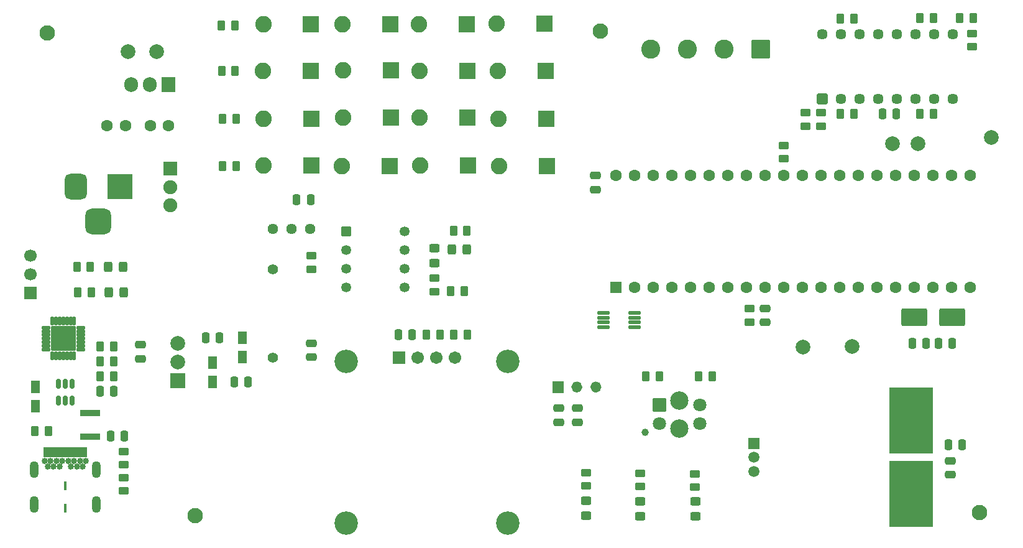
<source format=gbr>
%TF.GenerationSoftware,KiCad,Pcbnew,9.0.4*%
%TF.CreationDate,2026-01-15T21:37:35+03:30*%
%TF.ProjectId,Motor_Health_Monitoring_PCB,4d6f746f-725f-4486-9561-6c74685f4d6f,rev?*%
%TF.SameCoordinates,Original*%
%TF.FileFunction,Soldermask,Top*%
%TF.FilePolarity,Negative*%
%FSLAX46Y46*%
G04 Gerber Fmt 4.6, Leading zero omitted, Abs format (unit mm)*
G04 Created by KiCad (PCBNEW 9.0.4) date 2026-01-15 21:37:35*
%MOMM*%
%LPD*%
G01*
G04 APERTURE LIST*
G04 Aperture macros list*
%AMRoundRect*
0 Rectangle with rounded corners*
0 $1 Rounding radius*
0 $2 $3 $4 $5 $6 $7 $8 $9 X,Y pos of 4 corners*
0 Add a 4 corners polygon primitive as box body*
4,1,4,$2,$3,$4,$5,$6,$7,$8,$9,$2,$3,0*
0 Add four circle primitives for the rounded corners*
1,1,$1+$1,$2,$3*
1,1,$1+$1,$4,$5*
1,1,$1+$1,$6,$7*
1,1,$1+$1,$8,$9*
0 Add four rect primitives between the rounded corners*
20,1,$1+$1,$2,$3,$4,$5,0*
20,1,$1+$1,$4,$5,$6,$7,0*
20,1,$1+$1,$6,$7,$8,$9,0*
20,1,$1+$1,$8,$9,$2,$3,0*%
G04 Aperture macros list end*
%ADD10C,0.750000*%
%ADD11C,0.010000*%
%ADD12R,2.250000X2.250000*%
%ADD13C,2.250000*%
%ADD14R,1.230000X1.800000*%
%ADD15C,2.100000*%
%ADD16C,1.600000*%
%ADD17RoundRect,0.250000X-0.262500X-0.450000X0.262500X-0.450000X0.262500X0.450000X-0.262500X0.450000X0*%
%ADD18C,2.000000*%
%ADD19RoundRect,0.250000X-0.450000X0.262500X-0.450000X-0.262500X0.450000X-0.262500X0.450000X0.262500X0*%
%ADD20RoundRect,0.102000X-0.754000X-0.754000X0.754000X-0.754000X0.754000X0.754000X-0.754000X0.754000X0*%
%ADD21C,1.712000*%
%ADD22C,3.204000*%
%ADD23RoundRect,0.250000X-0.250000X-0.475000X0.250000X-0.475000X0.250000X0.475000X-0.250000X0.475000X0*%
%ADD24RoundRect,0.250000X0.262500X0.450000X-0.262500X0.450000X-0.262500X-0.450000X0.262500X-0.450000X0*%
%ADD25RoundRect,0.250001X-1.499999X-0.949999X1.499999X-0.949999X1.499999X0.949999X-1.499999X0.949999X0*%
%ADD26C,1.000000*%
%ADD27C,2.500000*%
%ADD28RoundRect,0.102000X-0.800000X-0.800000X0.800000X-0.800000X0.800000X0.800000X-0.800000X0.800000X0*%
%ADD29C,1.804000*%
%ADD30RoundRect,0.250000X-0.475000X0.250000X-0.475000X-0.250000X0.475000X-0.250000X0.475000X0.250000X0*%
%ADD31C,1.412000*%
%ADD32RoundRect,0.250000X0.475000X-0.250000X0.475000X0.250000X-0.475000X0.250000X-0.475000X-0.250000X0*%
%ADD33R,1.905000X2.000000*%
%ADD34O,1.905000X2.000000*%
%ADD35R,3.500000X3.500000*%
%ADD36RoundRect,0.750000X-0.750000X-1.000000X0.750000X-1.000000X0.750000X1.000000X-0.750000X1.000000X0*%
%ADD37RoundRect,0.875000X-0.875000X-0.875000X0.875000X-0.875000X0.875000X0.875000X-0.875000X0.875000X0*%
%ADD38RoundRect,0.250000X0.450000X-0.262500X0.450000X0.262500X-0.450000X0.262500X-0.450000X-0.262500X0*%
%ADD39RoundRect,0.102000X0.625000X-0.625000X0.625000X0.625000X-0.625000X0.625000X-0.625000X-0.625000X0*%
%ADD40C,1.454000*%
%ADD41C,1.440000*%
%ADD42RoundRect,0.250000X0.450000X-0.325000X0.450000X0.325000X-0.450000X0.325000X-0.450000X-0.325000X0*%
%ADD43R,2.810000X0.910000*%
%ADD44R,1.700000X1.700000*%
%ADD45C,1.700000*%
%ADD46R,2.000000X2.000000*%
%ADD47RoundRect,0.116000X0.116000X-0.471000X0.116000X0.471000X-0.116000X0.471000X-0.116000X-0.471000X0*%
%ADD48RoundRect,0.116000X0.471000X-0.116000X0.471000X0.116000X-0.471000X0.116000X-0.471000X-0.116000X0*%
%ADD49RoundRect,0.102000X1.575000X-1.575000X1.575000X1.575000X-1.575000X1.575000X-1.575000X-1.575000X0*%
%ADD50RoundRect,0.250000X0.250000X0.475000X-0.250000X0.475000X-0.250000X-0.475000X0.250000X-0.475000X0*%
%ADD51RoundRect,0.102000X-0.150000X-0.600000X0.150000X-0.600000X0.150000X0.600000X-0.150000X0.600000X0*%
%ADD52C,0.854000*%
%ADD53RoundRect,0.102000X-0.100000X-0.500000X0.100000X-0.500000X0.100000X0.500000X-0.100000X0.500000X0*%
%ADD54O,1.254000X2.304000*%
%ADD55RoundRect,0.150000X-0.150000X0.512500X-0.150000X-0.512500X0.150000X-0.512500X0.150000X0.512500X0*%
%ADD56RoundRect,0.250000X0.325000X0.450000X-0.325000X0.450000X-0.325000X-0.450000X0.325000X-0.450000X0*%
%ADD57RoundRect,0.102000X-0.570000X-0.570000X0.570000X-0.570000X0.570000X0.570000X-0.570000X0.570000X0*%
%ADD58C,1.344000*%
%ADD59R,1.500000X1.500000*%
%ADD60C,1.500000*%
%ADD61C,0.500000*%
%ADD62R,6.000000X9.000000*%
%ADD63RoundRect,0.250000X1.050000X1.050000X-1.050000X1.050000X-1.050000X-1.050000X1.050000X-1.050000X0*%
%ADD64C,2.600000*%
%ADD65RoundRect,0.250000X0.550000X-0.550000X0.550000X0.550000X-0.550000X0.550000X-0.550000X-0.550000X0*%
%ADD66RoundRect,0.125000X-0.687500X-0.125000X0.687500X-0.125000X0.687500X0.125000X-0.687500X0.125000X0*%
%ADD67R,1.900000X1.900000*%
%ADD68C,1.900000*%
G04 APERTURE END LIST*
D10*
%TO.C,U9*%
X147735000Y-110650000D02*
G75*
G02*
X146985000Y-110650000I-375000J0D01*
G01*
X146985000Y-110650000D02*
G75*
G02*
X147735000Y-110650000I375000J0D01*
G01*
X150335000Y-110650000D02*
G75*
G02*
X149585000Y-110650000I-375000J0D01*
G01*
X149585000Y-110650000D02*
G75*
G02*
X150335000Y-110650000I375000J0D01*
G01*
D11*
X145510000Y-111400000D02*
X144010000Y-111400000D01*
X144010000Y-109900000D01*
X145510000Y-109900000D01*
X145510000Y-111400000D01*
G36*
X145510000Y-111400000D02*
G01*
X144010000Y-111400000D01*
X144010000Y-109900000D01*
X145510000Y-109900000D01*
X145510000Y-111400000D01*
G37*
%TD*%
D12*
%TO.C,SW3*%
X143127500Y-67629000D03*
D13*
X136627500Y-67629000D03*
%TD*%
D14*
%TO.C,C3*%
X97713500Y-109960000D03*
X97713500Y-107340000D03*
%TD*%
D15*
%TO.C,REF\u002A\u002A*%
X95360000Y-128120000D03*
%TD*%
D16*
%TO.C,C8*%
X91733500Y-75063500D03*
X89233500Y-75063500D03*
%TD*%
D17*
%TO.C,R15*%
X183288000Y-73471000D03*
X185113000Y-73471000D03*
%TD*%
D12*
%TO.C,SW15*%
X111071500Y-67629000D03*
D13*
X104571500Y-67629000D03*
%TD*%
D18*
%TO.C,TP1*%
X86237500Y-65000000D03*
%TD*%
D12*
%TO.C,SW9*%
X121866500Y-80583000D03*
D13*
X115366500Y-80583000D03*
%TD*%
D17*
%TO.C,R23*%
X99110000Y-80583000D03*
X100935000Y-80583000D03*
%TD*%
%TO.C,R29*%
X99110000Y-74106000D03*
X100935000Y-74106000D03*
%TD*%
D19*
%TO.C,R12*%
X180644500Y-73320500D03*
X180644500Y-75145500D03*
%TD*%
D14*
%TO.C,C6*%
X101777500Y-103911000D03*
X101777500Y-106531000D03*
%TD*%
D20*
%TO.C,U7*%
X123113500Y-106675000D03*
D21*
X125653500Y-106675000D03*
X128193500Y-106675000D03*
X130733500Y-106675000D03*
D22*
X115923500Y-107175000D03*
X137923500Y-107175000D03*
X137923500Y-129175000D03*
X115923500Y-129175000D03*
%TD*%
D23*
%TO.C,C12*%
X193029500Y-104671500D03*
X194929500Y-104671500D03*
%TD*%
D17*
%TO.C,R2*%
X82450000Y-107126000D03*
X84275000Y-107126000D03*
%TD*%
D24*
%TO.C,R16*%
X195908000Y-73471000D03*
X194083000Y-73471000D03*
%TD*%
D25*
%TO.C,Y1*%
X193284500Y-101115500D03*
X198484500Y-101115500D03*
%TD*%
D16*
%TO.C,C10*%
X85851500Y-75063500D03*
X83351500Y-75063500D03*
%TD*%
D26*
%TO.C,U10*%
X156690500Y-116815000D03*
D27*
X161340500Y-112465000D03*
X161340500Y-116265000D03*
D28*
X158590500Y-113095000D03*
D29*
X158590500Y-115635000D03*
X164090500Y-115635000D03*
X164090500Y-113095000D03*
%TD*%
D18*
%TO.C,TP4*%
X190367500Y-77480000D03*
%TD*%
D17*
%TO.C,R18*%
X183288000Y-60517000D03*
X185113000Y-60517000D03*
%TD*%
D30*
%TO.C,C25*%
X147397500Y-113510000D03*
X147397500Y-115410000D03*
%TD*%
D31*
%TO.C,X1*%
X105956500Y-94655000D03*
X105956500Y-106655000D03*
%TD*%
D32*
%TO.C,C13*%
X173024500Y-101853000D03*
X173024500Y-99953000D03*
%TD*%
D33*
%TO.C,U4*%
X91693500Y-69475500D03*
D34*
X89153500Y-69475500D03*
X86613500Y-69475500D03*
%TD*%
D17*
%TO.C,R31*%
X98931000Y-61406000D03*
X100756000Y-61406000D03*
%TD*%
D15*
%TO.C,REF\u002A\u002A*%
X75184000Y-62484000D03*
%TD*%
D12*
%TO.C,SW12*%
X121941500Y-61279000D03*
D13*
X115441500Y-61279000D03*
%TD*%
D24*
%TO.C,R25*%
X158570000Y-109158000D03*
X156745000Y-109158000D03*
%TD*%
D14*
%TO.C,C4*%
X73580500Y-110598000D03*
X73580500Y-113218000D03*
%TD*%
D19*
%TO.C,R27*%
X127927500Y-95805500D03*
X127927500Y-97630500D03*
%TD*%
D35*
%TO.C,J1*%
X85140500Y-83377000D03*
D36*
X79140500Y-83377000D03*
D37*
X82140500Y-88077000D03*
%TD*%
D23*
%TO.C,C2*%
X82412500Y-111190000D03*
X84312500Y-111190000D03*
%TD*%
D12*
%TO.C,SW6*%
X132459500Y-73979000D03*
D13*
X125959500Y-73979000D03*
%TD*%
D18*
%TO.C,TP5*%
X203807500Y-76691500D03*
%TD*%
D24*
%TO.C,R20*%
X132408000Y-103484500D03*
X130583000Y-103484500D03*
%TD*%
D38*
%TO.C,R32*%
X155947500Y-124195500D03*
X155947500Y-122370500D03*
%TD*%
D24*
%TO.C,R26*%
X132015000Y-97607000D03*
X130190000Y-97607000D03*
%TD*%
D38*
%TO.C,R4*%
X148647500Y-124095500D03*
X148647500Y-122270500D03*
%TD*%
D39*
%TO.C,U5*%
X180771500Y-71435500D03*
D40*
X183311500Y-71435500D03*
X185851500Y-71435500D03*
X188391500Y-71435500D03*
X190931500Y-71435500D03*
X193471500Y-71435500D03*
X196011500Y-71435500D03*
X198551500Y-71435500D03*
X198551500Y-62635500D03*
X196011500Y-62635500D03*
X193471500Y-62635500D03*
X190931500Y-62635500D03*
X188391500Y-62635500D03*
X185851500Y-62635500D03*
X183311500Y-62635500D03*
X180771500Y-62635500D03*
%TD*%
D41*
%TO.C,RV1*%
X111036500Y-89135000D03*
X108496500Y-89135000D03*
X105956500Y-89135000D03*
%TD*%
D17*
%TO.C,R6*%
X79399000Y-97728000D03*
X81224000Y-97728000D03*
%TD*%
D24*
%TO.C,R7*%
X75385000Y-116651000D03*
X73560000Y-116651000D03*
%TD*%
D23*
%TO.C,C16*%
X188965500Y-73471000D03*
X190865500Y-73471000D03*
%TD*%
D42*
%TO.C,LED5*%
X163547500Y-128245000D03*
X163547500Y-126195000D03*
%TD*%
%TO.C,D1*%
X127927500Y-93806000D03*
X127927500Y-91756000D03*
%TD*%
D43*
%TO.C,F1*%
X81076500Y-117382000D03*
X81076500Y-114142000D03*
%TD*%
D12*
%TO.C,SW7*%
X132407500Y-67629000D03*
D13*
X125907500Y-67629000D03*
%TD*%
D42*
%TO.C,LED4*%
X155947500Y-128245000D03*
X155947500Y-126195000D03*
%TD*%
D19*
%TO.C,R24*%
X111163500Y-92757500D03*
X111163500Y-94582500D03*
%TD*%
D12*
%TO.C,SW10*%
X121993500Y-73979000D03*
D13*
X115493500Y-73979000D03*
%TD*%
D12*
%TO.C,SW8*%
X132355500Y-61279000D03*
D13*
X125855500Y-61279000D03*
%TD*%
D44*
%TO.C,J4*%
X72948500Y-97855000D03*
D45*
X72948500Y-95315000D03*
X72948500Y-92775000D03*
%TD*%
D23*
%TO.C,C1*%
X100700500Y-109920000D03*
X102600500Y-109920000D03*
%TD*%
D18*
%TO.C,TP2*%
X90127500Y-65030000D03*
%TD*%
D46*
%TO.C,U2*%
X93014500Y-109793000D03*
D18*
X93014500Y-107253000D03*
X93014500Y-104713000D03*
%TD*%
D47*
%TO.C,U3*%
X75897500Y-106420000D03*
X76397500Y-106420000D03*
X76897500Y-106420000D03*
X77397500Y-106420000D03*
X77897500Y-106420000D03*
X78397500Y-106420000D03*
X78897500Y-106420000D03*
D48*
X79767500Y-105550000D03*
X79767500Y-105050000D03*
X79767500Y-104550000D03*
X79767500Y-104050000D03*
X79767500Y-103550000D03*
X79767500Y-103050000D03*
X79767500Y-102550000D03*
D47*
X78897500Y-101680000D03*
X78397500Y-101680000D03*
X77897500Y-101680000D03*
X77397500Y-101680000D03*
X76897500Y-101680000D03*
X76397500Y-101680000D03*
X75897500Y-101680000D03*
D48*
X75027500Y-102550000D03*
X75027500Y-103050000D03*
X75027500Y-103550000D03*
X75027500Y-104050000D03*
X75027500Y-104550000D03*
X75027500Y-105050000D03*
X75027500Y-105550000D03*
D49*
X77397500Y-104050000D03*
%TD*%
D15*
%TO.C,REF\u002A\u002A*%
X202184000Y-127700000D03*
%TD*%
D38*
%TO.C,R14*%
X201218500Y-64350500D03*
X201218500Y-62525500D03*
%TD*%
D12*
%TO.C,SW16*%
X111146500Y-61279000D03*
D13*
X104646500Y-61279000D03*
%TD*%
D50*
%TO.C,C7*%
X98663500Y-103951000D03*
X96763500Y-103951000D03*
%TD*%
D24*
%TO.C,R17*%
X195908000Y-60390000D03*
X194083000Y-60390000D03*
%TD*%
D51*
%TO.C,J2*%
X74920750Y-119484500D03*
X75420750Y-119484500D03*
X75920750Y-119484500D03*
X76420750Y-119484500D03*
X76920750Y-119484500D03*
X77420750Y-119484500D03*
X77920750Y-119484500D03*
X78420750Y-119484500D03*
X78920750Y-119484500D03*
X79420750Y-119484500D03*
X79920750Y-119484500D03*
X80420750Y-119484500D03*
D52*
X80470750Y-120734500D03*
X80070750Y-121444500D03*
X79270750Y-121444500D03*
X78870750Y-120734500D03*
X78470750Y-121444500D03*
X78070750Y-120734500D03*
X77270750Y-120734500D03*
X76870750Y-121444500D03*
X76470750Y-120734500D03*
X76070750Y-121444500D03*
X75270750Y-121444500D03*
X74870750Y-120734500D03*
X79670750Y-120734500D03*
X75670750Y-120734500D03*
D53*
X77670750Y-124064500D03*
X77670750Y-127164500D03*
D54*
X73400750Y-121884500D03*
X81940750Y-121884500D03*
X73400750Y-126614500D03*
X81940750Y-126614500D03*
%TD*%
D50*
%TO.C,C11*%
X198485500Y-104671500D03*
X196585500Y-104671500D03*
%TD*%
D55*
%TO.C,U1*%
X78597500Y-110179500D03*
X77647500Y-110179500D03*
X76697500Y-110179500D03*
X76697500Y-112454500D03*
X77647500Y-112454500D03*
X78597500Y-112454500D03*
%TD*%
D30*
%TO.C,C19*%
X111163500Y-104658000D03*
X111163500Y-106558000D03*
%TD*%
D24*
%TO.C,R28*%
X132396000Y-89352000D03*
X130571000Y-89352000D03*
%TD*%
D12*
%TO.C,SW13*%
X111198500Y-80521000D03*
D13*
X104698500Y-80521000D03*
%TD*%
D30*
%TO.C,C24*%
X144857500Y-113510000D03*
X144857500Y-115410000D03*
%TD*%
D12*
%TO.C,SW2*%
X143202500Y-74106000D03*
D13*
X136702500Y-74106000D03*
%TD*%
D12*
%TO.C,SW5*%
X132534500Y-80456000D03*
D13*
X126034500Y-80456000D03*
%TD*%
D18*
%TO.C,TP6*%
X178127500Y-105180000D03*
%TD*%
D19*
%TO.C,R21*%
X175564500Y-77765500D03*
X175564500Y-79590500D03*
%TD*%
D18*
%TO.C,TP3*%
X193797500Y-77480000D03*
%TD*%
D38*
%TO.C,R11*%
X178485500Y-75145500D03*
X178485500Y-73320500D03*
%TD*%
D32*
%TO.C,C5*%
X87934500Y-106806000D03*
X87934500Y-104906000D03*
%TD*%
D24*
%TO.C,R22*%
X165809000Y-109158000D03*
X163984000Y-109158000D03*
%TD*%
D56*
%TO.C,LED2*%
X85530500Y-94299000D03*
X83480500Y-94299000D03*
%TD*%
D57*
%TO.C,U13*%
X115968500Y-89473000D03*
D58*
X115968500Y-92013000D03*
X115968500Y-94553000D03*
X115968500Y-97093000D03*
X123908500Y-97093000D03*
X123908500Y-94553000D03*
X123908500Y-92013000D03*
X123908500Y-89473000D03*
%TD*%
D38*
%TO.C,R33*%
X163447500Y-124268500D03*
X163447500Y-122443500D03*
%TD*%
D59*
%TO.C,U8*%
X171486500Y-118297000D03*
D60*
X171486500Y-120207000D03*
X171486500Y-122117000D03*
D61*
X192886500Y-121457000D03*
X194886500Y-122607000D03*
X190886500Y-122607000D03*
X194886500Y-123907000D03*
X190886500Y-123907000D03*
X194886500Y-125207000D03*
D62*
X192886500Y-125207000D03*
D61*
X190886500Y-125207000D03*
X194886500Y-126507000D03*
X190886500Y-126507000D03*
X194886500Y-127807000D03*
X190886500Y-127807000D03*
X192886500Y-128957000D03*
X192886500Y-111457000D03*
X194886500Y-112607000D03*
X190886500Y-112607000D03*
X194886500Y-113907000D03*
X190886500Y-113907000D03*
X194886500Y-115207000D03*
D62*
X192886500Y-115207000D03*
D61*
X190886500Y-115207000D03*
X194886500Y-116507000D03*
X190886500Y-116507000D03*
X194886500Y-117807000D03*
X190886500Y-117807000D03*
X192886500Y-118957000D03*
%TD*%
D23*
%TO.C,C17*%
X123052500Y-103484500D03*
X124952500Y-103484500D03*
%TD*%
D17*
%TO.C,R30*%
X98983000Y-67629000D03*
X100808000Y-67629000D03*
%TD*%
D24*
%TO.C,R19*%
X128725000Y-103484500D03*
X126900000Y-103484500D03*
%TD*%
D23*
%TO.C,C9*%
X83809500Y-117286000D03*
X85709500Y-117286000D03*
%TD*%
D12*
%TO.C,SW4*%
X142948500Y-61152000D03*
D13*
X136448500Y-61152000D03*
%TD*%
D12*
%TO.C,SW14*%
X111198500Y-74106000D03*
D13*
X104698500Y-74106000D03*
%TD*%
D50*
%TO.C,C18*%
X199877500Y-118460000D03*
X197977500Y-118460000D03*
%TD*%
D56*
%TO.C,LED3*%
X85657500Y-97728000D03*
X83607500Y-97728000D03*
%TD*%
D63*
%TO.C,J3*%
X172407500Y-64662500D03*
D64*
X167407500Y-64662500D03*
X162407500Y-64662500D03*
X157407500Y-64662500D03*
%TD*%
D18*
%TO.C,TP7*%
X184827500Y-105090000D03*
%TD*%
D30*
%TO.C,C14*%
X149910500Y-81877500D03*
X149910500Y-83777500D03*
%TD*%
D42*
%TO.C,LED1*%
X148647500Y-128145000D03*
X148647500Y-126095000D03*
%TD*%
D56*
%TO.C,D2*%
X132381500Y-91892000D03*
X130331500Y-91892000D03*
%TD*%
D38*
%TO.C,R9*%
X85648500Y-124802500D03*
X85648500Y-122977500D03*
%TD*%
D50*
%TO.C,C26*%
X111097500Y-85161000D03*
X109197500Y-85161000D03*
%TD*%
D24*
%TO.C,R1*%
X84275000Y-109158000D03*
X82450000Y-109158000D03*
%TD*%
D12*
%TO.C,SW1*%
X143254500Y-80583000D03*
D13*
X136754500Y-80583000D03*
%TD*%
D12*
%TO.C,SW11*%
X121993500Y-67502000D03*
D13*
X115493500Y-67502000D03*
%TD*%
D19*
%TO.C,R10*%
X170865500Y-99990500D03*
X170865500Y-101815500D03*
%TD*%
D65*
%TO.C,U6*%
X152697500Y-97040000D03*
D16*
X155237500Y-97040000D03*
X157777500Y-97040000D03*
X160317500Y-97040000D03*
X162857500Y-97040000D03*
X165397500Y-97040000D03*
X167937500Y-97040000D03*
X170477500Y-97040000D03*
X173017500Y-97040000D03*
X175557500Y-97040000D03*
X178097500Y-97040000D03*
X180637500Y-97040000D03*
X183177500Y-97040000D03*
X185717500Y-97040000D03*
X188257500Y-97040000D03*
X190797500Y-97040000D03*
X193337500Y-97040000D03*
X195877500Y-97040000D03*
X198417500Y-97040000D03*
X200957500Y-97040000D03*
X200957500Y-81800000D03*
X198417500Y-81800000D03*
X195877500Y-81800000D03*
X193337500Y-81800000D03*
X190797500Y-81800000D03*
X188257500Y-81800000D03*
X185717500Y-81800000D03*
X183177500Y-81800000D03*
X180637500Y-81800000D03*
X178097500Y-81800000D03*
X175557500Y-81800000D03*
X173017500Y-81800000D03*
X170477500Y-81800000D03*
X167937500Y-81800000D03*
X165397500Y-81800000D03*
X162857500Y-81800000D03*
X160317500Y-81800000D03*
X157777500Y-81800000D03*
X155237500Y-81800000D03*
X152697500Y-81800000D03*
%TD*%
D17*
%TO.C,R13*%
X199544000Y-60390000D03*
X201369000Y-60390000D03*
%TD*%
D66*
%TO.C,U11*%
X150973000Y-100563000D03*
X150973000Y-101213000D03*
X150973000Y-101863000D03*
X150973000Y-102513000D03*
X155198000Y-102513000D03*
X155198000Y-101863000D03*
X155198000Y-101213000D03*
X155198000Y-100563000D03*
%TD*%
D67*
%TO.C,S1*%
X91967500Y-80938500D03*
D68*
X91967500Y-83438500D03*
X91967500Y-85938500D03*
%TD*%
D38*
%TO.C,R8*%
X85648500Y-121246500D03*
X85648500Y-119421500D03*
%TD*%
D24*
%TO.C,R3*%
X84275000Y-105094000D03*
X82450000Y-105094000D03*
%TD*%
D17*
%TO.C,R5*%
X79272000Y-94299000D03*
X81097000Y-94299000D03*
%TD*%
D32*
%TO.C,C15*%
X198207500Y-122570000D03*
X198207500Y-120670000D03*
%TD*%
D15*
%TO.C,REF\u002A\u002A*%
X150557500Y-62160000D03*
%TD*%
M02*

</source>
